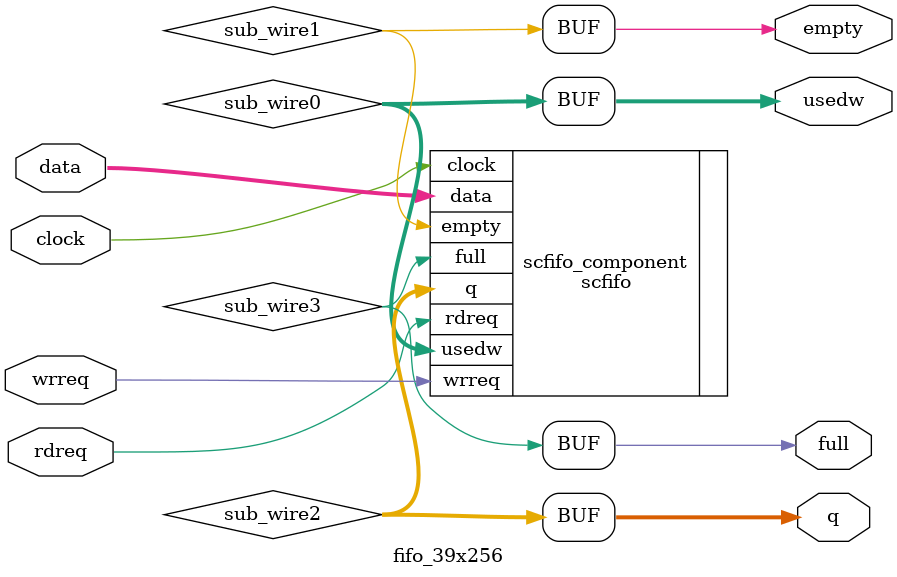
<source format=v>
module fifo_39x256 (
	clock,
	data,
	rdreq,
	wrreq,
	empty,
	full,
	q,
	usedw);
	input	  clock;
	input	[38:0]  data;
	input	  rdreq;
	input	  wrreq;
	output	  empty;
	output	  full;
	output	[38:0]  q;
	output	[7:0]  usedw;
	wire [7:0] sub_wire0;
	wire  sub_wire1;
	wire [38:0] sub_wire2;
	wire  sub_wire3;
	wire [7:0] usedw = sub_wire0[7:0];
	wire  empty = sub_wire1;
	wire [38:0] q = sub_wire2[38:0];
	wire  full = sub_wire3;
	scfifo	scfifo_component (
				.rdreq (rdreq),
				.clock (clock),
				.wrreq (wrreq),
				.data (data),
				.usedw (sub_wire0),
				.empty (sub_wire1),
				.q (sub_wire2),
				.full (sub_wire3)
				// synopsys translate_off
				,
				.aclr (),
				.almost_empty (),
				.almost_full (),
				.sclr ()
				// synopsys translate_on
				);
	defparam
		scfifo_component.add_ram_output_register = "OFF",
		scfifo_component.intended_device_family = "Cyclone III",
		scfifo_component.lpm_numwords = 256,
		scfifo_component.lpm_showahead = "OFF",
		scfifo_component.lpm_type = "scfifo",
		scfifo_component.lpm_width = 39,
		scfifo_component.lpm_widthu = 8,
		scfifo_component.overflow_checking = "ON",
		scfifo_component.underflow_checking = "ON",
		scfifo_component.use_eab = "ON";
endmodule
</source>
